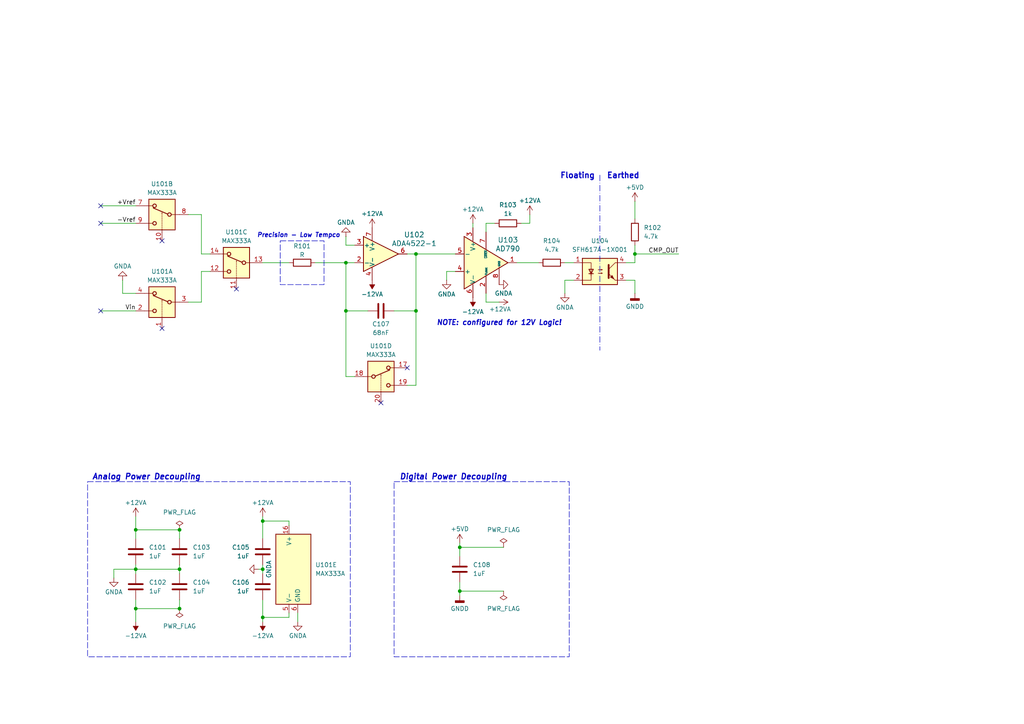
<source format=kicad_sch>
(kicad_sch (version 20250114) (generator "eeschema") (generator_version "9.0")
  (paper "A4")
  (title_block (title "Multislope ADC") (date "2025-06-23") (rev "001") (company "dakata1337"))
  (lib_symbols
    (symbol "Amplifier_Operational:ADA4522-1" (pin_names (offset 0.127))
      (property "Reference" "U" (at 0 6.35 0))
      (property "Value" "ADA4522-1" (at 0 3.81 0))
      (symbol "ADA4522-1_0_1"
        (polyline (pts (xy -5.08 5.08) (xy 5.08 0) (xy -5.08 -5.08) (xy -5.08 5.08)) (stroke (width 0.254)) (fill (type background)))
      )
      (symbol "ADA4522-1_1_1"
        (pin input line (at -7.62 2.54 0) (length 2.54) (name "+") (number "3"))
        (pin input line (at -7.62 -2.54 0) (length 2.54) (name "-") (number "2"))
        (pin power_in line (at -2.54 7.62 270) (length 3.81) (name "V+") (number "7"))
        (pin no_connect line (at -2.54 2.54 270) (length 2.54) (hide yes) (name "NC") (number "1"))
        (pin power_in line (at -2.54 -7.62 90) (length 3.81) (name "V-") (number "4"))
        (pin no_connect line (at 0 2.54 270) (length 2.54) (hide yes) (name "NC") (number "5"))
        (pin no_connect line (at 0 -2.54 90) (length 2.54) (hide yes) (name "NC") (number "8"))
        (pin output line (at 7.62 0 180) (length 2.54) (name "~") (number "6"))
      )
    )
    (symbol "Analog_Switch:MAX333A"
      (property "Reference" "U" (at -3.175 7.874 0))
      (property "Value" "MAX333A" (at -3.175 6.096 0))
      (symbol "MAX333A_1_1"
        (polyline (pts (xy -5.08 0) (xy -2.794 0)))
        (rectangle (start -3.81 4.445) (end 3.81 -4.445) (stroke (width 0.254)) (fill (type background)))
        (circle (center -2.159 0) (radius 0.508) (stroke (width 0.254)))
        (polyline (pts (xy -1.651 0.127) (xy 2.54 1.905)) (stroke (width 0.254)))
        (polyline (pts (xy 0 0.254) (xy 0 0.508)))
        (polyline (pts (xy 0 0.254) (xy 0 0.508)))
        (polyline (pts (xy 0 -0.254) (xy 0 0)))
        (polyline (pts (xy 0 -0.762) (xy 0 -0.508)))
        (polyline (pts (xy 0 -1.27) (xy 0 -1.016)))
        (polyline (pts (xy 0 -1.778) (xy 0 -1.524)))
        (polyline (pts (xy 0 -2.286) (xy 0 -2.032)))
        (polyline (pts (xy 0 -2.794) (xy 0 -2.54)))
        (polyline (pts (xy 0 -3.302) (xy 0 -3.048)))
        (polyline (pts (xy 0 -3.81) (xy 0 -3.556)))
        (polyline (pts (xy 0 -4.318) (xy 0 -4.064)))
        (polyline (pts (xy 0 -5.08) (xy 0 -4.572)))
        (circle (center 2.159 2.54) (radius 0.508) (stroke (width 0.254)))
        (circle (center 2.159 -2.54) (radius 0.508) (stroke (width 0.254)))
        (polyline (pts (xy 5.08 2.54) (xy 2.794 2.54)))
        (polyline (pts (xy 5.08 -2.54) (xy 2.794 -2.54)))
        (pin passive line (at -7.62 0 0) (length 2.54) (name "~") (number "3"))
        (pin input line (at 0 -7.62 90) (length 2.54) (name "~") (number "1"))
        (pin passive line (at 7.62 2.54 180) (length 2.54) (name "~") (number "4"))
        (pin passive line (at 7.62 -2.54 180) (length 2.54) (name "~") (number "2"))
      )
      (symbol "MAX333A_2_1"
        (polyline (pts (xy -5.08 0) (xy -2.794 0)))
        (rectangle (start -3.81 4.445) (end 3.81 -4.445) (stroke (width 0.254)) (fill (type background)))
        (circle (center -2.159 0) (radius 0.508) (stroke (width 0.254)))
        (polyline (pts (xy -1.651 0.127) (xy 2.54 1.905)) (stroke (width 0.254)))
        (polyline (pts (xy 0 0.254) (xy 0 0.508)))
        (polyline (pts (xy 0 0.254) (xy 0 0.508)))
        (polyline (pts (xy 0 -0.254) (xy 0 0)))
        (polyline (pts (xy 0 -0.762) (xy 0 -0.508)))
        (polyline (pts (xy 0 -1.27) (xy 0 -1.016)))
        (polyline (pts (xy 0 -1.778) (xy 0 -1.524)))
        (polyline (pts (xy 0 -2.286) (xy 0 -2.032)))
        (polyline (pts (xy 0 -2.794) (xy 0 -2.54)))
        (polyline (pts (xy 0 -3.302) (xy 0 -3.048)))
        (polyline (pts (xy 0 -3.81) (xy 0 -3.556)))
        (polyline (pts (xy 0 -4.318) (xy 0 -4.064)))
        (polyline (pts (xy 0 -5.08) (xy 0 -4.572)))
        (circle (center 2.159 2.54) (radius 0.508) (stroke (width 0.254)))
        (circle (center 2.159 -2.54) (radius 0.508) (stroke (width 0.254)))
        (polyline (pts (xy 5.08 2.54) (xy 2.794 2.54)))
        (polyline (pts (xy 5.08 -2.54) (xy 2.794 -2.54)))
        (pin passive line (at -7.62 0 0) (length 2.54) (name "~") (number "8"))
        (pin input line (at 0 -7.62 90) (length 2.54) (name "~") (number "10"))
        (pin passive line (at 7.62 2.54 180) (length 2.54) (name "~") (number "7"))
        (pin passive line (at 7.62 -2.54 180) (length 2.54) (name "~") (number "9"))
      )
      (symbol "MAX333A_3_1"
        (polyline (pts (xy -5.08 0) (xy -2.794 0)))
        (rectangle (start -3.81 4.445) (end 3.81 -4.445) (stroke (width 0.254)) (fill (type background)))
        (circle (center -2.159 0) (radius 0.508) (stroke (width 0.254)))
        (polyline (pts (xy -1.651 0.127) (xy 2.54 1.905)) (stroke (width 0.254)))
        (polyline (pts (xy 0 0.254) (xy 0 0.508)))
        (polyline (pts (xy 0 0.254) (xy 0 0.508)))
        (polyline (pts (xy 0 -0.254) (xy 0 0)))
        (polyline (pts (xy 0 -0.762) (xy 0 -0.508)))
        (polyline (pts (xy 0 -1.27) (xy 0 -1.016)))
        (polyline (pts (xy 0 -1.778) (xy 0 -1.524)))
        (polyline (pts (xy 0 -2.286) (xy 0 -2.032)))
        (polyline (pts (xy 0 -2.794) (xy 0 -2.54)))
        (polyline (pts (xy 0 -3.302) (xy 0 -3.048)))
        (polyline (pts (xy 0 -3.81) (xy 0 -3.556)))
        (polyline (pts (xy 0 -4.318) (xy 0 -4.064)))
        (polyline (pts (xy 0 -5.08) (xy 0 -4.572)))
        (circle (center 2.159 2.54) (radius 0.508) (stroke (width 0.254)))
        (circle (center 2.159 -2.54) (radius 0.508) (stroke (width 0.254)))
        (polyline (pts (xy 5.08 2.54) (xy 2.794 2.54)))
        (polyline (pts (xy 5.08 -2.54) (xy 2.794 -2.54)))
        (pin passive line (at -7.62 0 0) (length 2.54) (name "~") (number "13"))
        (pin input line (at 0 -7.62 90) (length 2.54) (name "~") (number "11"))
        (pin passive line (at 7.62 2.54 180) (length 2.54) (name "~") (number "14"))
        (pin passive line (at 7.62 -2.54 180) (length 2.54) (name "~") (number "12"))
      )
      (symbol "MAX333A_4_1"
        (polyline (pts (xy -5.08 0) (xy -2.794 0)))
        (rectangle (start -3.81 4.445) (end 3.81 -4.445) (stroke (width 0.254)) (fill (type background)))
        (circle (center -2.159 0) (radius 0.508) (stroke (width 0.254)))
        (polyline (pts (xy -1.651 0.127) (xy 2.54 1.905)) (stroke (width 0.254)))
        (polyline (pts (xy 0 0.254) (xy 0 0.508)))
        (polyline (pts (xy 0 0.254) (xy 0 0.508)))
        (polyline (pts (xy 0 -0.254) (xy 0 0)))
        (polyline (pts (xy 0 -0.762) (xy 0 -0.508)))
        (polyline (pts (xy 0 -1.27) (xy 0 -1.016)))
        (polyline (pts (xy 0 -1.778) (xy 0 -1.524)))
        (polyline (pts (xy 0 -2.286) (xy 0 -2.032)))
        (polyline (pts (xy 0 -2.794) (xy 0 -2.54)))
        (polyline (pts (xy 0 -3.302) (xy 0 -3.048)))
        (polyline (pts (xy 0 -3.81) (xy 0 -3.556)))
        (polyline (pts (xy 0 -4.318) (xy 0 -4.064)))
        (polyline (pts (xy 0 -5.08) (xy 0 -4.572)))
        (circle (center 2.159 2.54) (radius 0.508) (stroke (width 0.254)))
        (circle (center 2.159 -2.54) (radius 0.508) (stroke (width 0.254)))
        (polyline (pts (xy 5.08 2.54) (xy 2.794 2.54)))
        (polyline (pts (xy 5.08 -2.54) (xy 2.794 -2.54)))
        (pin passive line (at -7.62 0 0) (length 2.54) (name "~") (number "18"))
        (pin input line (at 0 -7.62 90) (length 2.54) (name "~") (number "20"))
        (pin passive line (at 7.62 2.54 180) (length 2.54) (name "~") (number "17"))
        (pin passive line (at 7.62 -2.54 180) (length 2.54) (name "~") (number "19"))
      )
      (symbol "MAX333A_5_0"
        (pin power_in line (at 0 12.7 270) (length 2.54) (name "V+") (number "16"))
        (pin power_in line (at 0 -12.7 90) (length 2.54) (name "V-") (number "5"))
        (pin no_connect line (at 2.54 10.16 270) (length 2.54) (hide yes) (name "NC") (number "15"))
        (pin power_in line (at 2.54 -12.7 90) (length 2.54) (name "GND") (number "6"))
      )
      (symbol "MAX333A_5_1"
        (rectangle (start -3.81 10.16) (end 6.35 -10.16) (stroke (width 0.254)) (fill (type background)))
      )
    )
    (symbol "Custom:AD790" (pin_names (offset 0.127))
      (property "Reference" "U103" (at 11.43 6.4202 0))
      (symbol "AD790_0_1"
        (polyline (pts (xy -5.08 7.62) (xy -5.08 -7.62) (xy 7.62 0) (xy -5.08 7.62)) (stroke (width 0.254)) (fill (type background)))
      )
      (symbol "AD790_1_1"
        (pin input line (at -7.62 2.54 0) (length 2.54) (name "-") (number "5"))
        (pin input line (at -7.62 -2.54 0) (length 2.54) (name "+") (number "4"))
        (pin power_in line (at -2.54 10.16 270) (length 3.81) (name "V+") (number "3"))
        (pin power_in line (at -2.54 -10.16 90) (length 3.81) (name "V-") (number "6"))
        (pin input line (at 1.27 8.89 270) (length 5.08) (name "~{LATCH}") (number "7"))
        (pin input line (at 1.27 -8.89 90) (length 5.08) (name "V_{LOGIC}") (number "2"))
        (pin power_out line (at 5.08 -6.35 90) (length 5.08) (name "GND") (number "8"))
        (pin output line (at 10.16 0 180) (length 2.54) (name "~") (number "1"))
      )
    )
    (symbol "Device:C" (pin_numbers (hide yes)) (pin_names (offset 0.254))
      (property "Reference" "C" (at 0.635 2.54 0))
      (property "Value" "C" (at 0.635 -2.54 0))
      (symbol "C_0_1"
        (polyline (pts (xy -2.032 0.762) (xy 2.032 0.762)) (stroke (width 0.508)))
        (polyline (pts (xy -2.032 -0.762) (xy 2.032 -0.762)) (stroke (width 0.508)))
      )
      (symbol "C_1_1"
        (pin passive line (at 0 3.81 270) (length 2.794) (name "~") (number "1"))
        (pin passive line (at 0 -3.81 90) (length 2.794) (name "~") (number "2"))
      )
    )
    (symbol "Device:R" (pin_numbers (hide yes)) (pin_names (offset 0))
      (property "Reference" "R" (at 2.032 0 90))
      (property "Value" "R" (at 0 0 90))
      (symbol "R_0_1"
        (rectangle (start -1.016 -2.54) (end 1.016 2.54) (stroke (width 0.254)))
      )
      (symbol "R_1_1"
        (pin passive line (at 0 3.81 270) (length 1.27) (name "~") (number "1"))
        (pin passive line (at 0 -3.81 90) (length 1.27) (name "~") (number "2"))
      )
    )
    (symbol "Isolator:SFH617A-1X001" (pin_names (offset 1.016))
      (property "Reference" "U" (at -5.08 5.08 0))
      (property "Value" "SFH617A-1X001" (at 0 5.08 0))
      (symbol "SFH617A-1X001_0_1"
        (rectangle (start -5.08 3.81) (end 5.08 -3.81) (stroke (width 0.254)) (fill (type background)))
        (polyline (pts (xy -5.08 2.54) (xy -2.54 2.54) (xy -2.54 -1.27) (xy -2.54 0.635)))
        (polyline (pts (xy -3.175 -0.635) (xy -1.905 -0.635)) (stroke (width 0.254)))
        (polyline (pts (xy -2.54 -0.635) (xy -2.54 -2.54) (xy -5.08 -2.54)))
        (polyline (pts (xy -2.54 -0.635) (xy -3.175 0.635) (xy -1.905 0.635) (xy -2.54 -0.635)) (stroke (width 0.254)))
        (polyline (pts (xy -0.508 0.508) (xy 0.762 0.508) (xy 0.381 0.381) (xy 0.381 0.635) (xy 0.762 0.508)))
        (polyline (pts (xy -0.508 -0.508) (xy 0.762 -0.508) (xy 0.381 -0.635) (xy 0.381 -0.381) (xy 0.762 -0.508)))
        (polyline (pts (xy 2.54 1.905) (xy 2.54 -1.905) (xy 2.54 -1.905)) (stroke (width 0.508)))
        (polyline (pts (xy 2.54 0.635) (xy 4.445 2.54)))
        (polyline (pts (xy 3.048 -1.651) (xy 3.556 -1.143) (xy 4.064 -2.159) (xy 3.048 -1.651) (xy 3.048 -1.651)) (fill (type outline)))
        (polyline (pts (xy 4.445 2.54) (xy 5.08 2.54)))
        (polyline (pts (xy 4.445 -2.54) (xy 2.54 -0.635)) (fill (type outline)))
        (polyline (pts (xy 4.445 -2.54) (xy 5.08 -2.54)))
      )
      (symbol "SFH617A-1X001_1_1"
        (pin passive line (at -7.62 2.54 0) (length 2.54) (name "~") (number "1"))
        (pin passive line (at -7.62 -2.54 0) (length 2.54) (name "~") (number "2"))
        (pin passive line (at 7.62 2.54 180) (length 2.54) (name "~") (number "4"))
        (pin passive line (at 7.62 -2.54 180) (length 2.54) (name "~") (number "3"))
      )
    )
    (symbol "power:+12VA" (power) (pin_numbers (hide yes)) (pin_names (offset 0) (hide yes))
      (property "Value" "+12VA" (at 0 3.556 0))
      (symbol "+12VA_0_1"
        (polyline (pts (xy -0.762 1.27) (xy 0 2.54)))
        (polyline (pts (xy 0 2.54) (xy 0.762 1.27)))
        (polyline (pts (xy 0 0) (xy 0 2.54)))
      )
      (symbol "+12VA_1_1"
        (pin power_in line (at 0 0 90) (length 0) (name "~") (number "1"))
      )
    )
    (symbol "power:+5VD" (power) (pin_numbers (hide yes)) (pin_names (offset 0) (hide yes))
      (property "Value" "+5VD" (at 0 3.556 0))
      (symbol "+5VD_0_1"
        (polyline (pts (xy -0.762 1.27) (xy 0 2.54)))
        (polyline (pts (xy 0 2.54) (xy 0.762 1.27)))
        (polyline (pts (xy 0 0) (xy 0 2.54)))
      )
      (symbol "+5VD_1_1"
        (pin power_in line (at 0 0 90) (length 0) (name "~") (number "1"))
      )
    )
    (symbol "power:-12VA" (power) (pin_numbers (hide yes)) (pin_names (offset 0) (hide yes))
      (property "Value" "-12VA" (at 0 3.556 0))
      (symbol "-12VA_0_0"
        (pin power_in line (at 0 0 90) (length 0) (name "~") (number "1"))
      )
      (symbol "-12VA_0_1"
        (polyline (pts (xy 0 0) (xy 0 1.27) (xy 0.762 1.27) (xy 0 2.54) (xy -0.762 1.27) (xy 0 1.27)) (fill (type outline)))
      )
    )
    (symbol "power:GNDA" (power) (pin_numbers (hide yes)) (pin_names (offset 0) (hide yes))
      (property "Value" "GNDA" (at 0 -3.81 0))
      (symbol "GNDA_0_1"
        (polyline (pts (xy 0 0) (xy 0 -1.27) (xy 1.27 -1.27) (xy 0 -2.54) (xy -1.27 -1.27) (xy 0 -1.27)))
      )
      (symbol "GNDA_1_1"
        (pin power_in line (at 0 0 270) (length 0) (name "~") (number "1"))
      )
    )
    (symbol "power:GNDD" (power) (pin_numbers (hide yes)) (pin_names (offset 0) (hide yes))
      (property "Value" "GNDD" (at 0 -3.175 0))
      (symbol "GNDD_0_1"
        (rectangle (start -1.27 -1.524) (end 1.27 -2.032) (stroke (width 0.254)) (fill (type outline)))
        (polyline (pts (xy 0 0) (xy 0 -1.524)))
      )
      (symbol "GNDD_1_1"
        (pin power_in line (at 0 0 270) (length 0) (name "~") (number "1"))
      )
    )
    (symbol "power:PWR_FLAG" (power) (pin_numbers (hide yes)) (pin_names (offset 0) (hide yes))
      (property "Value" "PWR_FLAG" (at 0 3.81 0))
      (symbol "PWR_FLAG_0_0"
        (pin power_out line (at 0 0 90) (length 0) (name "~") (number "1"))
      )
      (symbol "PWR_FLAG_0_1"
        (polyline (pts (xy 0 0) (xy 0 1.27) (xy -1.016 1.905) (xy 0 2.54) (xy 1.016 1.905) (xy 0 1.27)))
      )
    )
  )
  (rectangle (start 114.3 139.7) (end 165.1 190.5) (stroke (width 0) (type dash)))
  (rectangle (start 81.28 69.85) (end 93.98 82.55) (stroke (width 0) (type dash)))
  (rectangle (start 25.4 139.7) (end 101.6 190.5) (stroke (width 0) (type dash)))
  (text "Precision - Low Tempco" (at 86.614 68.326 0) (effects (font (size 1.27 1.27) (thickness 0.254) (bold yes) (italic yes))))
  (text "Floating   Earthed" (at 173.99 51.054 0) (effects (font (size 1.6256 1.6256) (thickness 0.3251) (bold yes))))
  (text "Digital Power Decoupling" (at 115.824 138.43 0) (effects (font (size 1.6256 1.6256) (thickness 0.3251) (bold yes) (italic yes)) (justify left)))
  (text "NOTE: configured for 12V Logic!" (at 144.78 93.726 0) (effects (font (size 1.4732 1.4732) (thickness 0.2946) (bold yes) (italic yes))))
  (text "Analog Power Decoupling" (at 26.67 138.43 0) (effects (font (size 1.6256 1.6256) (thickness 0.3251) (bold yes) (italic yes)) (justify left)))
  (junction (at 39.37 165.1))
  (junction (at 120.65 73.66))
  (junction (at 52.07 153.67))
  (junction (at 76.2 165.1))
  (junction (at 39.37 176.53))
  (junction (at 39.37 153.67))
  (junction (at 120.65 90.17))
  (junction (at 76.2 151.13))
  (junction (at 52.07 176.53))
  (junction (at 100.33 90.17))
  (junction (at 133.35 158.75))
  (junction (at 184.15 73.66))
  (junction (at 76.2 179.07))
  (junction (at 133.35 171.45))
  (junction (at 52.07 165.1))
  (junction (at 100.33 76.2))
  (no_connect (at 46.99 95.25))
  (no_connect (at 29.21 64.77))
  (no_connect (at 29.21 90.17))
  (no_connect (at 29.21 59.69))
  (no_connect (at 118.11 106.68))
  (no_connect (at 68.58 83.82))
  (no_connect (at 110.49 116.84))
  (no_connect (at 46.99 69.85))
  (wire (pts (xy 140.97 64.77) (xy 140.97 67.31)))
  (wire (pts (xy 118.11 73.66) (xy 120.65 73.66)))
  (wire (pts (xy 39.37 153.67) (xy 39.37 156.21)))
  (wire (pts (xy 39.37 166.37) (xy 39.37 165.1)))
  (wire (pts (xy 184.15 73.66) (xy 196.85 73.66)))
  (wire (pts (xy 132.08 78.74) (xy 129.54 78.74)))
  (wire (pts (xy 129.54 78.74) (xy 129.54 81.28)))
  (wire (pts (xy 83.82 177.8) (xy 83.82 179.07)))
  (wire (pts (xy 163.83 76.2) (xy 166.37 76.2)))
  (wire (pts (xy 140.97 87.63) (xy 140.97 85.09)))
  (wire (pts (xy 181.61 76.2) (xy 184.15 76.2)))
  (wire (pts (xy 137.16 64.77) (xy 137.16 66.04)))
  (wire (pts (xy 133.35 158.75) (xy 146.05 158.75)))
  (wire (pts (xy 76.2 151.13) (xy 83.82 151.13)))
  (wire (pts (xy 52.07 153.67) (xy 52.07 156.21)))
  (wire (pts (xy 133.35 171.45) (xy 133.35 172.72)))
  (wire (pts (xy 163.83 81.28) (xy 163.83 85.09)))
  (wire (pts (xy 35.56 85.09) (xy 35.56 81.28)))
  (wire (pts (xy 33.02 167.64) (xy 33.02 165.1)))
  (wire (pts (xy 100.33 71.12) (xy 102.87 71.12)))
  (wire (pts (xy 106.68 90.17) (xy 100.33 90.17)))
  (wire (pts (xy 133.35 171.45) (xy 146.05 171.45)))
  (wire (pts (xy 76.2 173.99) (xy 76.2 179.07)))
  (wire (pts (xy 184.15 81.28) (xy 184.15 85.09)))
  (wire (pts (xy 153.67 64.77) (xy 153.67 62.23)))
  (wire (pts (xy 76.2 156.21) (xy 76.2 151.13)))
  (wire (pts (xy 74.93 165.1) (xy 76.2 165.1)))
  (wire (pts (xy 120.65 90.17) (xy 114.3 90.17)))
  (wire (pts (xy 52.07 165.1) (xy 52.07 163.83)))
  (wire (pts (xy 39.37 85.09) (xy 35.56 85.09)))
  (wire (pts (xy 143.51 64.77) (xy 140.97 64.77)))
  (wire (pts (xy 100.33 68.58) (xy 100.33 71.12)))
  (wire (pts (xy 120.65 73.66) (xy 132.08 73.66)))
  (wire (pts (xy 149.86 76.2) (xy 156.21 76.2)))
  (wire (pts (xy 54.61 62.23) (xy 58.42 62.23)))
  (wire (pts (xy 133.35 157.48) (xy 133.35 158.75)))
  (wire (pts (xy 76.2 163.83) (xy 76.2 165.1)))
  (wire (pts (xy 76.2 149.86) (xy 76.2 151.13)))
  (wire (pts (xy 29.21 59.69) (xy 39.37 59.69)))
  (wire (pts (xy 76.2 165.1) (xy 76.2 166.37)))
  (wire (pts (xy 144.78 87.63) (xy 140.97 87.63)))
  (wire (pts (xy 100.33 76.2) (xy 102.87 76.2)))
  (wire (pts (xy 86.36 177.8) (xy 86.36 180.34)))
  (wire (pts (xy 39.37 165.1) (xy 52.07 165.1)))
  (wire (pts (xy 184.15 71.12) (xy 184.15 73.66)))
  (wire (pts (xy 133.35 158.75) (xy 133.35 161.29)))
  (wire (pts (xy 133.35 168.91) (xy 133.35 171.45)))
  (wire (pts (xy 58.42 87.63) (xy 58.42 78.74)))
  (polyline (pts (xy 173.99 50.8) (xy 173.99 101.6)) (stroke (width 0) (type dash_dot)))
  (wire (pts (xy 52.07 166.37) (xy 52.07 165.1)))
  (wire (pts (xy 58.42 78.74) (xy 60.96 78.74)))
  (wire (pts (xy 184.15 58.42) (xy 184.15 63.5)))
  (wire (pts (xy 100.33 90.17) (xy 100.33 109.22)))
  (wire (pts (xy 181.61 81.28) (xy 184.15 81.28)))
  (wire (pts (xy 120.65 73.66) (xy 120.65 90.17)))
  (wire (pts (xy 52.07 176.53) (xy 52.07 173.99)))
  (wire (pts (xy 58.42 62.23) (xy 58.42 73.66)))
  (wire (pts (xy 58.42 73.66) (xy 60.96 73.66)))
  (wire (pts (xy 39.37 176.53) (xy 39.37 180.34)))
  (wire (pts (xy 91.44 76.2) (xy 100.33 76.2)))
  (wire (pts (xy 120.65 90.17) (xy 120.65 111.76)))
  (wire (pts (xy 83.82 151.13) (xy 83.82 152.4)))
  (wire (pts (xy 39.37 173.99) (xy 39.37 176.53)))
  (wire (pts (xy 100.33 109.22) (xy 102.87 109.22)))
  (wire (pts (xy 54.61 87.63) (xy 58.42 87.63)))
  (wire (pts (xy 29.21 90.17) (xy 39.37 90.17)))
  (wire (pts (xy 39.37 165.1) (xy 39.37 163.83)))
  (wire (pts (xy 39.37 149.86) (xy 39.37 153.67)))
  (wire (pts (xy 39.37 153.67) (xy 52.07 153.67)))
  (wire (pts (xy 151.13 64.77) (xy 153.67 64.77)))
  (wire (pts (xy 76.2 179.07) (xy 83.82 179.07)))
  (wire (pts (xy 118.11 111.76) (xy 120.65 111.76)))
  (wire (pts (xy 76.2 76.2) (xy 83.82 76.2)))
  (wire (pts (xy 100.33 90.17) (xy 100.33 76.2)))
  (wire (pts (xy 76.2 179.07) (xy 76.2 180.34)))
  (wire (pts (xy 33.02 165.1) (xy 39.37 165.1)))
  (wire (pts (xy 166.37 81.28) (xy 163.83 81.28)))
  (wire (pts (xy 39.37 176.53) (xy 52.07 176.53)))
  (wire (pts (xy 184.15 73.66) (xy 184.15 76.2)))
  (wire (pts (xy 29.21 64.77) (xy 39.37 64.77)))
  (label "-Vref" (at 39.37 64.77 180))
  (label "Vin" (at 39.37 90.17 180))
  (label "+Vref" (at 39.37 59.69 180))
  (label "CMP_OUT" (at 196.85 73.66 180))
  (symbol (lib_id "Isolator:SFH617A-1X001") (at 173.99 78.74 0) (unit 1)
    (property "Reference" "U104" (at 173.99 69.85 0))
    (property "Value" "SFH617A-1X001" (at 173.99 72.39 0))
    (property "Footprint" "Package_DIP:DIP-4_W7.62mm" (effects (hide yes)))
    (property "Datasheet" "http://www.vishay.com/docs/83740/sfh617a.pdf" (effects (hide yes)))
    (property "Description" "Optocoupler, Phototransistor Output, 5300 VRMS, VCEO 70V, CTR% 40-80, -55 to +110 degree Celsius, VDE, UL, BSI, FIMKO, cUL, THT PDIP-4" (effects (hide yes)))
  )
  (symbol (lib_id "power:PWR_FLAG") (at 146.05 158.75 0) (unit 1)
    (property "Reference" "#FLG0103" (effects (hide yes)))
    (property "Value" "PWR_FLAG" (at 146.05 153.67 0))
    (property "Description" "Special symbol for telling ERC where power comes from" (effects (hide yes)))
  )
  (symbol (lib_id "power:+5VD") (at 133.35 157.48 0) (unit 1)
    (property "Reference" "#PWR0121" (effects (hide yes)))
    (property "Value" "+5VD" (at 133.35 153.416 0))
    (property "Description" "Power symbol creates a global label with name \"+5VD\"" (effects (hide yes)))
  )
  (symbol (lib_id "Device:R") (at 147.32 64.77 90) (unit 1)
    (property "Reference" "R103" (at 147.32 59.436 90))
    (property "Value" "1k" (at 147.32 61.976 90))
    (property "Description" "Resistor" (effects (hide yes)))
  )
  (symbol (lib_id "power:GNDA") (at 100.33 68.58 180) (unit 1)
    (property "Reference" "#PWR0108" (effects (hide yes)))
    (property "Value" "GNDA" (at 100.33 64.516 0))
    (property "Description" "Power symbol creates a global label with name \"GNDA\" , analog ground" (effects (hide yes)))
  )
  (symbol (lib_id "Analog_Switch:MAX333A") (at 110.49 109.22 0) (unit 4)
    (property "Reference" "U101" (at 110.49 100.33 0))
    (property "Value" "MAX333A" (at 110.49 102.87 0))
    (property "Footprint" "Package_SO:TSSOP-20_4.4x6.5mm_P0.65mm" (effects (hide yes)))
    (property "Datasheet" "https://datasheets.maximintegrated.com/en/ds/MAX333A.pdf" (effects (hide yes)))
    (property "Description" "Quad SPDT CMOS Analog Switch, 17Ohm Ron, DIP-20/SOIC-20/SSOP-20/TSSOP-20" (effects (hide yes)))
  )
  (symbol (lib_id "power:+12VA") (at 144.78 87.63 270) (unit 1)
    (property "Reference" "#PWR0116" (effects (hide yes)))
    (property "Value" "+12VA" (at 145.034 89.662 90))
    (property "Description" "Power symbol creates a global label with name \"+12VA\"" (effects (hide yes)))
  )
  (symbol (lib_id "Device:C") (at 110.49 90.17 270) (unit 1)
    (property "Reference" "C107" (at 110.49 93.98 90))
    (property "Value" "68nF" (at 110.49 96.52 90))
    (property "Description" "Unpolarized capacitor" (effects (hide yes)))
  )
  (symbol (lib_id "Device:R") (at 160.02 76.2 90) (unit 1)
    (property "Reference" "R104" (at 160.02 69.85 90))
    (property "Value" "4.7k" (at 160.02 72.39 90))
    (property "Description" "Resistor" (effects (hide yes)))
  )
  (symbol (lib_id "power:+12VA") (at 107.95 66.04 0) (unit 1)
    (property "Reference" "#PWR0109" (effects (hide yes)))
    (property "Value" "+12VA" (at 107.95 61.976 0))
    (property "Description" "Power symbol creates a global label with name \"+12VA\"" (effects (hide yes)))
  )
  (symbol (lib_id "power:+12VA") (at 76.2 149.86 0) (unit 1)
    (property "Reference" "#PWR0105" (effects (hide yes)))
    (property "Value" "+12VA" (at 76.2 145.796 0))
    (property "Description" "Power symbol creates a global label with name \"+12VA\"" (effects (hide yes)))
  )
  (symbol (lib_id "power:-12VA") (at 107.95 81.28 180) (unit 1)
    (property "Reference" "#PWR0110" (effects (hide yes)))
    (property "Value" "-12VA" (at 107.95 85.344 0))
    (property "Description" "Power symbol creates a global label with name \"-12VA\"" (effects (hide yes)))
  )
  (symbol (lib_id "Analog_Switch:MAX333A") (at 68.58 76.2 0) (mirror y) (unit 3)
    (property "Reference" "U101" (at 68.58 67.31 0))
    (property "Value" "MAX333A" (at 68.58 69.85 0))
    (property "Footprint" "Package_SO:TSSOP-20_4.4x6.5mm_P0.65mm" (effects (hide yes)))
    (property "Datasheet" "https://datasheets.maximintegrated.com/en/ds/MAX333A.pdf" (effects (hide yes)))
    (property "Description" "Quad SPDT CMOS Analog Switch, 17Ohm Ron, DIP-20/SOIC-20/SSOP-20/TSSOP-20" (effects (hide yes)))
  )
  (symbol (lib_id "power:GNDA") (at 74.93 165.1 270) (unit 1)
    (property "Reference" "#PWR0104" (effects (hide yes)))
    (property "Value" "GNDA" (at 77.978 165.1 0))
    (property "Description" "Power symbol creates a global label with name \"GNDA\" , analog ground" (effects (hide yes)))
  )
  (symbol (lib_id "power:GNDA") (at 144.78 82.55 90) (unit 1)
    (property "Reference" "#PWR0115" (effects (hide yes)))
    (property "Value" "GNDA" (at 146.05 85.09 90))
    (property "Description" "Power symbol creates a global label with name \"GNDA\" , analog ground" (effects (hide yes)))
  )
  (symbol (lib_id "power:GNDA") (at 33.02 167.64 0) (unit 1)
    (property "Reference" "#PWR0101" (effects (hide yes)))
    (property "Value" "GNDA" (at 33.02 171.704 0))
    (property "Description" "Power symbol creates a global label with name \"GNDA\" , analog ground" (effects (hide yes)))
  )
  (symbol (lib_id "power:GNDD") (at 133.35 172.72 0) (unit 1)
    (property "Reference" "#PWR0122" (effects (hide yes)))
    (property "Value" "GNDD" (at 133.35 176.53 0))
    (property "Description" "Power symbol creates a global label with name \"GNDD\" , digital ground" (effects (hide yes)))
  )
  (symbol (lib_id "Device:C") (at 52.07 160.02 0) (unit 1)
    (property "Reference" "C103" (at 55.88 158.7499 0) (effects (justify left)))
    (property "Value" "1uF" (at 55.88 161.2899 0) (effects (justify left)))
    (property "Description" "Unpolarized capacitor" (effects (hide yes)))
  )
  (symbol (lib_id "power:+12VA") (at 153.67 62.23 0) (unit 1)
    (property "Reference" "#PWR0117" (effects (hide yes)))
    (property "Value" "+12VA" (at 153.67 58.166 0))
    (property "Description" "Power symbol creates a global label with name \"+12VA\"" (effects (hide yes)))
  )
  (symbol (lib_id "Custom:AD790") (at 139.7 76.2 0) (unit 1)
    (property "Reference" "U103" (at 147.32 69.596 0) (effects (font (size 1.4732 1.4732))))
    (property "Value" "AD790" (at 147.32 72.136 0) (effects (font (size 1.4732 1.4732))))
    (property "Footprint" "Package_SO:SOIC-8_3.9x4.9mm_P1.27mm" (effects (hide yes)))
    (property "Datasheet" "https://www.analog.com/media/en/technical-documentation/data-sheets/AD790.pdf" (effects (hide yes)))
    (property "Description" "High-Speed, Low-Power, +-15V, Single-Supply Comparator, SOIC-8" (effects (hide yes)))
  )
  (symbol (lib_id "power:-12VA") (at 76.2 180.34 180) (unit 1)
    (property "Reference" "#PWR0106" (effects (hide yes)))
    (property "Value" "-12VA" (at 76.2 184.404 0))
    (property "Description" "Power symbol creates a global label with name \"-12VA\"" (effects (hide yes)))
  )
  (symbol (lib_id "Analog_Switch:MAX333A") (at 83.82 165.1 0) (unit 5)
    (property "Reference" "U101" (at 91.44 163.8299 0) (effects (justify left)))
    (property "Value" "MAX333A" (at 91.44 166.3699 0) (effects (justify left)))
    (property "Footprint" "Package_SO:TSSOP-20_4.4x6.5mm_P0.65mm" (effects (hide yes)))
    (property "Datasheet" "https://datasheets.maximintegrated.com/en/ds/MAX333A.pdf" (effects (hide yes)))
    (property "Description" "Quad SPDT CMOS Analog Switch, 17Ohm Ron, DIP-20/SOIC-20/SSOP-20/TSSOP-20" (effects (hide yes)))
  )
  (symbol (lib_id "power:GNDA") (at 129.54 81.28 0) (unit 1)
    (property "Reference" "#PWR0112" (effects (hide yes)))
    (property "Value" "GNDA" (at 129.54 85.344 0))
    (property "Description" "Power symbol creates a global label with name \"GNDA\" , analog ground" (effects (hide yes)))
  )
  (symbol (lib_id "power:-12VA") (at 39.37 180.34 180) (unit 1)
    (property "Reference" "#PWR0103" (effects (hide yes)))
    (property "Value" "-12VA" (at 39.37 184.404 0))
    (property "Description" "Power symbol creates a global label with name \"-12VA\"" (effects (hide yes)))
  )
  (symbol (lib_id "power:-12VA") (at 137.16 86.36 180) (unit 1)
    (property "Reference" "#PWR0114" (effects (hide yes)))
    (property "Value" "-12VA" (at 137.16 90.424 0))
    (property "Description" "Power symbol creates a global label with name \"-12VA\"" (effects (hide yes)))
  )
  (symbol (lib_id "power:PWR_FLAG") (at 52.07 153.67 0) (unit 1)
    (property "Reference" "#FLG0101" (effects (hide yes)))
    (property "Value" "PWR_FLAG" (at 52.07 148.59 0))
    (property "Description" "Special symbol for telling ERC where power comes from" (effects (hide yes)))
  )
  (symbol (lib_id "power:+12VA") (at 39.37 149.86 0) (unit 1)
    (property "Reference" "#PWR0102" (effects (hide yes)))
    (property "Value" "+12VA" (at 39.37 145.796 0))
    (property "Description" "Power symbol creates a global label with name \"+12VA\"" (effects (hide yes)))
  )
  (symbol (lib_id "Amplifier_Operational:ADA4522-1") (at 110.49 73.66 0) (unit 1)
    (property "Reference" "U102" (at 120.142 68.072 0) (effects (font (size 1.4732 1.4732))))
    (property "Value" "ADA4522-1" (at 120.142 70.612 0) (effects (font (size 1.4732 1.4732))))
    (property "Footprint" "Package_SO:SOIC-8_3.9x4.9mm_P1.27mm" (effects (hide yes)))
    (property "Datasheet" "https://www.analog.com/media/en/technical-documentation/data-sheets/ada4522-1_4522-2_4522-4.pdf" (effects (hide yes)))
    (property "Description" "55 V supply, 5uV max Vos, 3MHz GBW, EMI Enhanced, Zero Drift, 5.8 nV/√Hz, RRO single operational amplifier" (effects (hide yes)))
  )
  (symbol (lib_id "Device:C") (at 133.35 165.1 0) (unit 1)
    (property "Reference" "C108" (at 137.16 163.8299 0) (effects (justify left)))
    (property "Value" "1uF" (at 137.16 166.3699 0) (effects (justify left)))
    (property "Description" "Unpolarized capacitor" (effects (hide yes)))
  )
  (symbol (lib_id "Analog_Switch:MAX333A") (at 46.99 87.63 0) (mirror y) (unit 1)
    (property "Reference" "U101" (at 46.99 78.74 0))
    (property "Value" "MAX333A" (at 46.99 81.28 0))
    (property "Footprint" "Package_SO:TSSOP-20_4.4x6.5mm_P0.65mm" (effects (hide yes)))
    (property "Datasheet" "https://datasheets.maximintegrated.com/en/ds/MAX333A.pdf" (effects (hide yes)))
    (property "Description" "Quad SPDT CMOS Analog Switch, 17Ohm Ron, DIP-20/SOIC-20/SSOP-20/TSSOP-20" (effects (hide yes)))
  )
  (symbol (lib_id "power:+12VA") (at 137.16 64.77 0) (unit 1)
    (property "Reference" "#PWR0113" (effects (hide yes)))
    (property "Value" "+12VA" (at 137.16 60.706 0))
    (property "Description" "Power symbol creates a global label with name \"+12VA\"" (effects (hide yes)))
  )
  (symbol (lib_id "power:PWR_FLAG") (at 52.07 176.53 180) (unit 1)
    (property "Reference" "#FLG0102" (effects (hide yes)))
    (property "Value" "PWR_FLAG" (at 52.07 181.61 0))
    (property "Description" "Special symbol for telling ERC where power comes from" (effects (hide yes)))
  )
  (symbol (lib_id "Device:C") (at 52.07 170.18 0) (unit 1)
    (property "Reference" "C104" (at 55.88 168.9099 0) (effects (justify left)))
    (property "Value" "1uF" (at 55.88 171.4499 0) (effects (justify left)))
    (property "Description" "Unpolarized capacitor" (effects (hide yes)))
  )
  (symbol (lib_id "Device:C") (at 39.37 170.18 0) (unit 1)
    (property "Reference" "C102" (at 43.18 168.9099 0) (effects (justify left)))
    (property "Value" "1uF" (at 43.18 171.4499 0) (effects (justify left)))
    (property "Description" "Unpolarized capacitor" (effects (hide yes)))
  )
  (symbol (lib_id "power:PWR_FLAG") (at 146.05 171.45 180) (unit 1)
    (property "Reference" "#FLG0104" (effects (hide yes)))
    (property "Value" "PWR_FLAG" (at 146.05 176.53 0))
    (property "Description" "Special symbol for telling ERC where power comes from" (effects (hide yes)))
  )
  (symbol (lib_id "power:GNDA") (at 163.83 85.09 0) (unit 1)
    (property "Reference" "#PWR0118" (effects (hide yes)))
    (property "Value" "GNDA" (at 163.83 89.154 0))
    (property "Description" "Power symbol creates a global label with name \"GNDA\" , analog ground" (effects (hide yes)))
  )
  (symbol (lib_id "Device:R") (at 87.63 76.2 90) (unit 1)
    (property "Reference" "R101" (at 87.63 71.374 90))
    (property "Value" "R" (at 87.63 73.914 90))
    (property "Description" "Resistor" (effects (hide yes)))
  )
  (symbol (lib_id "Analog_Switch:MAX333A") (at 46.99 62.23 0) (mirror y) (unit 2)
    (property "Reference" "U101" (at 46.99 53.34 0))
    (property "Value" "MAX333A" (at 46.99 55.88 0))
    (property "Footprint" "Package_SO:TSSOP-20_4.4x6.5mm_P0.65mm" (effects (hide yes)))
    (property "Datasheet" "https://datasheets.maximintegrated.com/en/ds/MAX333A.pdf" (effects (hide yes)))
    (property "Description" "Quad SPDT CMOS Analog Switch, 17Ohm Ron, DIP-20/SOIC-20/SSOP-20/TSSOP-20" (effects (hide yes)))
  )
  (symbol (lib_id "Device:C") (at 39.37 160.02 0) (unit 1)
    (property "Reference" "C101" (at 43.18 158.7499 0) (effects (justify left)))
    (property "Value" "1uF" (at 43.18 161.2899 0) (effects (justify left)))
    (property "Description" "Unpolarized capacitor" (effects (hide yes)))
  )
  (symbol (lib_id "power:GNDA") (at 35.56 81.28 180) (unit 1)
    (property "Reference" "#PWR0120" (effects (hide yes)))
    (property "Value" "GNDA" (at 35.56 77.216 0))
    (property "Description" "Power symbol creates a global label with name \"GNDA\" , analog ground" (effects (hide yes)))
  )
  (symbol (lib_id "power:+5VD") (at 184.15 58.42 0) (unit 1)
    (property "Reference" "#PWR0119" (effects (hide yes)))
    (property "Value" "+5VD" (at 184.15 54.356 0))
    (property "Description" "Power symbol creates a global label with name \"+5VD\"" (effects (hide yes)))
  )
  (symbol (lib_id "Device:C") (at 76.2 160.02 0) (unit 1)
    (property "Reference" "C105" (at 72.39 158.7499 0) (effects (justify right)))
    (property "Value" "1uF" (at 72.39 161.2899 0) (effects (justify right)))
    (property "Description" "Unpolarized capacitor" (effects (hide yes)))
  )
  (symbol (lib_id "power:GNDD") (at 184.15 85.09 0) (unit 1)
    (property "Reference" "#PWR0111" (effects (hide yes)))
    (property "Value" "GNDD" (at 184.15 88.9 0))
    (property "Description" "Power symbol creates a global label with name \"GNDD\" , digital ground" (effects (hide yes)))
  )
  (symbol (lib_id "Device:R") (at 184.15 67.31 0) (unit 1)
    (property "Reference" "R102" (at 186.69 66.0399 0) (effects (justify left)))
    (property "Value" "4.7k" (at 186.69 68.5799 0) (effects (justify left)))
    (property "Description" "Resistor" (effects (hide yes)))
  )
  (symbol (lib_id "Device:C") (at 76.2 170.18 0) (unit 1)
    (property "Reference" "C106" (at 72.39 168.9099 0) (effects (justify right)))
    (property "Value" "1uF" (at 72.39 171.4499 0) (effects (justify right)))
    (property "Description" "Unpolarized capacitor" (effects (hide yes)))
  )
  (symbol (lib_id "power:GNDA") (at 86.36 180.34 0) (unit 1)
    (property "Reference" "#PWR0107" (effects (hide yes)))
    (property "Value" "GNDA" (at 86.36 184.404 0))
    (property "Description" "Power symbol creates a global label with name \"GNDA\" , analog ground" (effects (hide yes)))
  )
)
</source>
